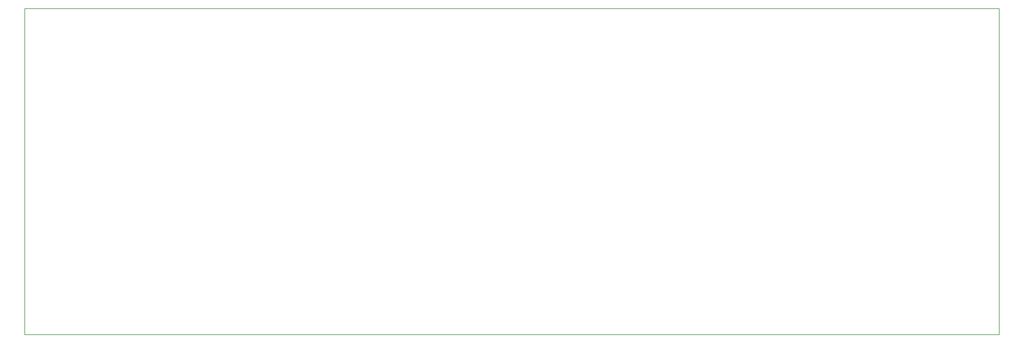
<source format=gbr>
G04 DipTrace 3.3.1.3*
G04 BoardOutline.gbr*
%MOIN*%
G04 #@! TF.FileFunction,Profile*
G04 #@! TF.Part,Single*
%ADD11C,0.005512*%
%FSLAX26Y26*%
G04*
G70*
G90*
G75*
G01*
G04 BoardOutline*
%LPD*%
X393701Y4177690D2*
D11*
X11683399D1*
Y393701D1*
X393701D1*
Y4177690D1*
M02*

</source>
